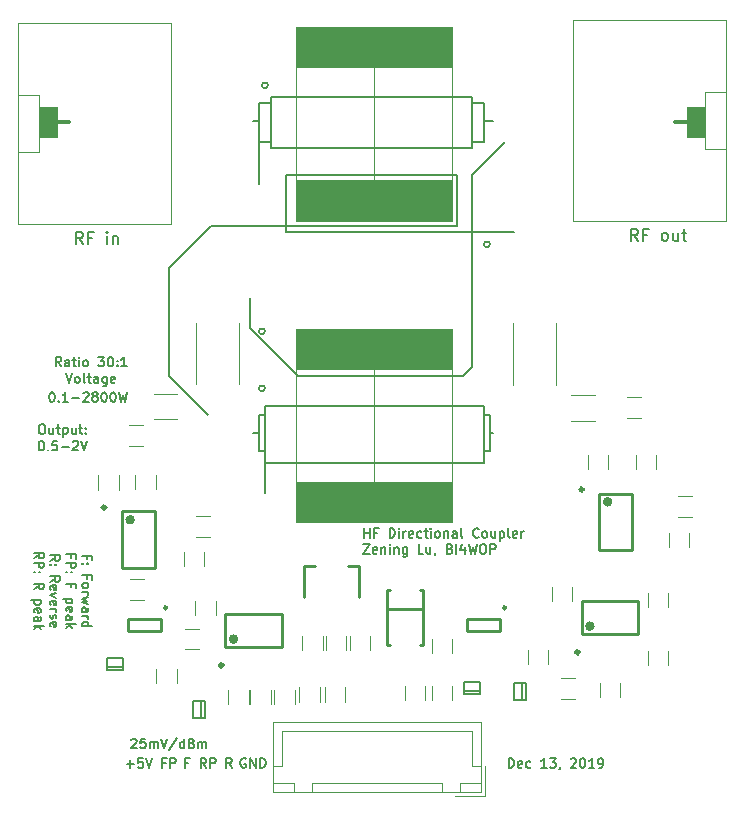
<source format=gto>
%TF.GenerationSoftware,KiCad,Pcbnew,(5.1.4)-1*%
%TF.CreationDate,2019-12-13T01:47:11+08:00*%
%TF.ProjectId,Directional_coupler,44697265-6374-4696-9f6e-616c5f636f75,rev?*%
%TF.SameCoordinates,Original*%
%TF.FileFunction,Legend,Top*%
%TF.FilePolarity,Positive*%
%FSLAX46Y46*%
G04 Gerber Fmt 4.6, Leading zero omitted, Abs format (unit mm)*
G04 Created by KiCad (PCBNEW (5.1.4)-1) date 2019-12-13 01:47:11*
%MOMM*%
%LPD*%
G04 APERTURE LIST*
%ADD10C,0.200000*%
%ADD11C,0.150000*%
%ADD12C,0.120000*%
%ADD13C,0.254000*%
%ADD14C,0.250000*%
%ADD15C,0.100000*%
%ADD16C,0.300000*%
%ADD17C,0.400000*%
G04 APERTURE END LIST*
D10*
X59284000Y-112414095D02*
X59322095Y-112376000D01*
X59398285Y-112337904D01*
X59588761Y-112337904D01*
X59664952Y-112376000D01*
X59703047Y-112414095D01*
X59741142Y-112490285D01*
X59741142Y-112566476D01*
X59703047Y-112680761D01*
X59245904Y-113137904D01*
X59741142Y-113137904D01*
X60464952Y-112337904D02*
X60084000Y-112337904D01*
X60045904Y-112718857D01*
X60084000Y-112680761D01*
X60160190Y-112642666D01*
X60350666Y-112642666D01*
X60426857Y-112680761D01*
X60464952Y-112718857D01*
X60503047Y-112795047D01*
X60503047Y-112985523D01*
X60464952Y-113061714D01*
X60426857Y-113099809D01*
X60350666Y-113137904D01*
X60160190Y-113137904D01*
X60084000Y-113099809D01*
X60045904Y-113061714D01*
X60845904Y-113137904D02*
X60845904Y-112604571D01*
X60845904Y-112680761D02*
X60884000Y-112642666D01*
X60960190Y-112604571D01*
X61074476Y-112604571D01*
X61150666Y-112642666D01*
X61188761Y-112718857D01*
X61188761Y-113137904D01*
X61188761Y-112718857D02*
X61226857Y-112642666D01*
X61303047Y-112604571D01*
X61417333Y-112604571D01*
X61493523Y-112642666D01*
X61531619Y-112718857D01*
X61531619Y-113137904D01*
X61798285Y-112337904D02*
X62064952Y-113137904D01*
X62331619Y-112337904D01*
X63169714Y-112299809D02*
X62484000Y-113328380D01*
X63779238Y-113137904D02*
X63779238Y-112337904D01*
X63779238Y-113099809D02*
X63703047Y-113137904D01*
X63550666Y-113137904D01*
X63474476Y-113099809D01*
X63436380Y-113061714D01*
X63398285Y-112985523D01*
X63398285Y-112756952D01*
X63436380Y-112680761D01*
X63474476Y-112642666D01*
X63550666Y-112604571D01*
X63703047Y-112604571D01*
X63779238Y-112642666D01*
X64426857Y-112718857D02*
X64541142Y-112756952D01*
X64579238Y-112795047D01*
X64617333Y-112871238D01*
X64617333Y-112985523D01*
X64579238Y-113061714D01*
X64541142Y-113099809D01*
X64464952Y-113137904D01*
X64160190Y-113137904D01*
X64160190Y-112337904D01*
X64426857Y-112337904D01*
X64503047Y-112376000D01*
X64541142Y-112414095D01*
X64579238Y-112490285D01*
X64579238Y-112566476D01*
X64541142Y-112642666D01*
X64503047Y-112680761D01*
X64426857Y-112718857D01*
X64160190Y-112718857D01*
X64960190Y-113137904D02*
X64960190Y-112604571D01*
X64960190Y-112680761D02*
X64998285Y-112642666D01*
X65074476Y-112604571D01*
X65188761Y-112604571D01*
X65264952Y-112642666D01*
X65303047Y-112718857D01*
X65303047Y-113137904D01*
X65303047Y-112718857D02*
X65341142Y-112642666D01*
X65417333Y-112604571D01*
X65531619Y-112604571D01*
X65607809Y-112642666D01*
X65645904Y-112718857D01*
X65645904Y-113137904D01*
D11*
X55549142Y-97098190D02*
X55549142Y-96831523D01*
X55130095Y-96831523D02*
X55930095Y-96831523D01*
X55930095Y-97212476D01*
X55206285Y-97517238D02*
X55168190Y-97555333D01*
X55130095Y-97517238D01*
X55168190Y-97479142D01*
X55206285Y-97517238D01*
X55130095Y-97517238D01*
X55625333Y-97517238D02*
X55587238Y-97555333D01*
X55549142Y-97517238D01*
X55587238Y-97479142D01*
X55625333Y-97517238D01*
X55549142Y-97517238D01*
X55549142Y-98774380D02*
X55549142Y-98507714D01*
X55130095Y-98507714D02*
X55930095Y-98507714D01*
X55930095Y-98888666D01*
X55130095Y-99307714D02*
X55168190Y-99231523D01*
X55206285Y-99193428D01*
X55282476Y-99155333D01*
X55511047Y-99155333D01*
X55587238Y-99193428D01*
X55625333Y-99231523D01*
X55663428Y-99307714D01*
X55663428Y-99422000D01*
X55625333Y-99498190D01*
X55587238Y-99536285D01*
X55511047Y-99574380D01*
X55282476Y-99574380D01*
X55206285Y-99536285D01*
X55168190Y-99498190D01*
X55130095Y-99422000D01*
X55130095Y-99307714D01*
X55130095Y-99917238D02*
X55663428Y-99917238D01*
X55511047Y-99917238D02*
X55587238Y-99955333D01*
X55625333Y-99993428D01*
X55663428Y-100069619D01*
X55663428Y-100145809D01*
X55663428Y-100336285D02*
X55130095Y-100488666D01*
X55511047Y-100641047D01*
X55130095Y-100793428D01*
X55663428Y-100945809D01*
X55130095Y-101593428D02*
X55549142Y-101593428D01*
X55625333Y-101555333D01*
X55663428Y-101479142D01*
X55663428Y-101326761D01*
X55625333Y-101250571D01*
X55168190Y-101593428D02*
X55130095Y-101517238D01*
X55130095Y-101326761D01*
X55168190Y-101250571D01*
X55244380Y-101212476D01*
X55320571Y-101212476D01*
X55396761Y-101250571D01*
X55434857Y-101326761D01*
X55434857Y-101517238D01*
X55472952Y-101593428D01*
X55130095Y-101974380D02*
X55663428Y-101974380D01*
X55511047Y-101974380D02*
X55587238Y-102012476D01*
X55625333Y-102050571D01*
X55663428Y-102126761D01*
X55663428Y-102202952D01*
X55130095Y-102812476D02*
X55930095Y-102812476D01*
X55168190Y-102812476D02*
X55130095Y-102736285D01*
X55130095Y-102583904D01*
X55168190Y-102507714D01*
X55206285Y-102469619D01*
X55282476Y-102431523D01*
X55511047Y-102431523D01*
X55587238Y-102469619D01*
X55625333Y-102507714D01*
X55663428Y-102583904D01*
X55663428Y-102736285D01*
X55625333Y-102812476D01*
X54199142Y-97002952D02*
X54199142Y-96736285D01*
X53780095Y-96736285D02*
X54580095Y-96736285D01*
X54580095Y-97117238D01*
X53780095Y-97422000D02*
X54580095Y-97422000D01*
X54580095Y-97726761D01*
X54542000Y-97802952D01*
X54503904Y-97841047D01*
X54427714Y-97879142D01*
X54313428Y-97879142D01*
X54237238Y-97841047D01*
X54199142Y-97802952D01*
X54161047Y-97726761D01*
X54161047Y-97422000D01*
X53856285Y-98222000D02*
X53818190Y-98260095D01*
X53780095Y-98222000D01*
X53818190Y-98183904D01*
X53856285Y-98222000D01*
X53780095Y-98222000D01*
X54275333Y-98222000D02*
X54237238Y-98260095D01*
X54199142Y-98222000D01*
X54237238Y-98183904D01*
X54275333Y-98222000D01*
X54199142Y-98222000D01*
X54199142Y-99479142D02*
X54199142Y-99212476D01*
X53780095Y-99212476D02*
X54580095Y-99212476D01*
X54580095Y-99593428D01*
X54313428Y-100507714D02*
X53513428Y-100507714D01*
X54275333Y-100507714D02*
X54313428Y-100583904D01*
X54313428Y-100736285D01*
X54275333Y-100812476D01*
X54237238Y-100850571D01*
X54161047Y-100888666D01*
X53932476Y-100888666D01*
X53856285Y-100850571D01*
X53818190Y-100812476D01*
X53780095Y-100736285D01*
X53780095Y-100583904D01*
X53818190Y-100507714D01*
X53818190Y-101536285D02*
X53780095Y-101460095D01*
X53780095Y-101307714D01*
X53818190Y-101231523D01*
X53894380Y-101193428D01*
X54199142Y-101193428D01*
X54275333Y-101231523D01*
X54313428Y-101307714D01*
X54313428Y-101460095D01*
X54275333Y-101536285D01*
X54199142Y-101574380D01*
X54122952Y-101574380D01*
X54046761Y-101193428D01*
X53780095Y-102260095D02*
X54199142Y-102260095D01*
X54275333Y-102222000D01*
X54313428Y-102145809D01*
X54313428Y-101993428D01*
X54275333Y-101917238D01*
X53818190Y-102260095D02*
X53780095Y-102183904D01*
X53780095Y-101993428D01*
X53818190Y-101917238D01*
X53894380Y-101879142D01*
X53970571Y-101879142D01*
X54046761Y-101917238D01*
X54084857Y-101993428D01*
X54084857Y-102183904D01*
X54122952Y-102260095D01*
X53780095Y-102641047D02*
X54580095Y-102641047D01*
X54084857Y-102717238D02*
X53780095Y-102945809D01*
X54313428Y-102945809D02*
X54008666Y-102641047D01*
X52430095Y-97269619D02*
X52811047Y-97002952D01*
X52430095Y-96812476D02*
X53230095Y-96812476D01*
X53230095Y-97117238D01*
X53192000Y-97193428D01*
X53153904Y-97231523D01*
X53077714Y-97269619D01*
X52963428Y-97269619D01*
X52887238Y-97231523D01*
X52849142Y-97193428D01*
X52811047Y-97117238D01*
X52811047Y-96812476D01*
X52506285Y-97612476D02*
X52468190Y-97650571D01*
X52430095Y-97612476D01*
X52468190Y-97574380D01*
X52506285Y-97612476D01*
X52430095Y-97612476D01*
X52925333Y-97612476D02*
X52887238Y-97650571D01*
X52849142Y-97612476D01*
X52887238Y-97574380D01*
X52925333Y-97612476D01*
X52849142Y-97612476D01*
X52430095Y-99060095D02*
X52811047Y-98793428D01*
X52430095Y-98602952D02*
X53230095Y-98602952D01*
X53230095Y-98907714D01*
X53192000Y-98983904D01*
X53153904Y-99022000D01*
X53077714Y-99060095D01*
X52963428Y-99060095D01*
X52887238Y-99022000D01*
X52849142Y-98983904D01*
X52811047Y-98907714D01*
X52811047Y-98602952D01*
X52468190Y-99707714D02*
X52430095Y-99631523D01*
X52430095Y-99479142D01*
X52468190Y-99402952D01*
X52544380Y-99364857D01*
X52849142Y-99364857D01*
X52925333Y-99402952D01*
X52963428Y-99479142D01*
X52963428Y-99631523D01*
X52925333Y-99707714D01*
X52849142Y-99745809D01*
X52772952Y-99745809D01*
X52696761Y-99364857D01*
X52963428Y-100012476D02*
X52430095Y-100202952D01*
X52963428Y-100393428D01*
X52468190Y-101002952D02*
X52430095Y-100926761D01*
X52430095Y-100774380D01*
X52468190Y-100698190D01*
X52544380Y-100660095D01*
X52849142Y-100660095D01*
X52925333Y-100698190D01*
X52963428Y-100774380D01*
X52963428Y-100926761D01*
X52925333Y-101002952D01*
X52849142Y-101041047D01*
X52772952Y-101041047D01*
X52696761Y-100660095D01*
X52430095Y-101383904D02*
X52963428Y-101383904D01*
X52811047Y-101383904D02*
X52887238Y-101422000D01*
X52925333Y-101460095D01*
X52963428Y-101536285D01*
X52963428Y-101612476D01*
X52468190Y-101841047D02*
X52430095Y-101917238D01*
X52430095Y-102069619D01*
X52468190Y-102145809D01*
X52544380Y-102183904D01*
X52582476Y-102183904D01*
X52658666Y-102145809D01*
X52696761Y-102069619D01*
X52696761Y-101955333D01*
X52734857Y-101879142D01*
X52811047Y-101841047D01*
X52849142Y-101841047D01*
X52925333Y-101879142D01*
X52963428Y-101955333D01*
X52963428Y-102069619D01*
X52925333Y-102145809D01*
X52468190Y-102831523D02*
X52430095Y-102755333D01*
X52430095Y-102602952D01*
X52468190Y-102526761D01*
X52544380Y-102488666D01*
X52849142Y-102488666D01*
X52925333Y-102526761D01*
X52963428Y-102602952D01*
X52963428Y-102755333D01*
X52925333Y-102831523D01*
X52849142Y-102869619D01*
X52772952Y-102869619D01*
X52696761Y-102488666D01*
X51080095Y-97079142D02*
X51461047Y-96812476D01*
X51080095Y-96622000D02*
X51880095Y-96622000D01*
X51880095Y-96926761D01*
X51842000Y-97002952D01*
X51803904Y-97041047D01*
X51727714Y-97079142D01*
X51613428Y-97079142D01*
X51537238Y-97041047D01*
X51499142Y-97002952D01*
X51461047Y-96926761D01*
X51461047Y-96622000D01*
X51080095Y-97422000D02*
X51880095Y-97422000D01*
X51880095Y-97726761D01*
X51842000Y-97802952D01*
X51803904Y-97841047D01*
X51727714Y-97879142D01*
X51613428Y-97879142D01*
X51537238Y-97841047D01*
X51499142Y-97802952D01*
X51461047Y-97726761D01*
X51461047Y-97422000D01*
X51156285Y-98222000D02*
X51118190Y-98260095D01*
X51080095Y-98222000D01*
X51118190Y-98183904D01*
X51156285Y-98222000D01*
X51080095Y-98222000D01*
X51575333Y-98222000D02*
X51537238Y-98260095D01*
X51499142Y-98222000D01*
X51537238Y-98183904D01*
X51575333Y-98222000D01*
X51499142Y-98222000D01*
X51080095Y-99669619D02*
X51461047Y-99402952D01*
X51080095Y-99212476D02*
X51880095Y-99212476D01*
X51880095Y-99517238D01*
X51842000Y-99593428D01*
X51803904Y-99631523D01*
X51727714Y-99669619D01*
X51613428Y-99669619D01*
X51537238Y-99631523D01*
X51499142Y-99593428D01*
X51461047Y-99517238D01*
X51461047Y-99212476D01*
X51613428Y-100622000D02*
X50813428Y-100622000D01*
X51575333Y-100622000D02*
X51613428Y-100698190D01*
X51613428Y-100850571D01*
X51575333Y-100926761D01*
X51537238Y-100964857D01*
X51461047Y-101002952D01*
X51232476Y-101002952D01*
X51156285Y-100964857D01*
X51118190Y-100926761D01*
X51080095Y-100850571D01*
X51080095Y-100698190D01*
X51118190Y-100622000D01*
X51118190Y-101650571D02*
X51080095Y-101574380D01*
X51080095Y-101422000D01*
X51118190Y-101345809D01*
X51194380Y-101307714D01*
X51499142Y-101307714D01*
X51575333Y-101345809D01*
X51613428Y-101422000D01*
X51613428Y-101574380D01*
X51575333Y-101650571D01*
X51499142Y-101688666D01*
X51422952Y-101688666D01*
X51346761Y-101307714D01*
X51080095Y-102374380D02*
X51499142Y-102374380D01*
X51575333Y-102336285D01*
X51613428Y-102260095D01*
X51613428Y-102107714D01*
X51575333Y-102031523D01*
X51118190Y-102374380D02*
X51080095Y-102298190D01*
X51080095Y-102107714D01*
X51118190Y-102031523D01*
X51194380Y-101993428D01*
X51270571Y-101993428D01*
X51346761Y-102031523D01*
X51384857Y-102107714D01*
X51384857Y-102298190D01*
X51422952Y-102374380D01*
X51080095Y-102755333D02*
X51880095Y-102755333D01*
X51384857Y-102831523D02*
X51080095Y-103060095D01*
X51613428Y-103060095D02*
X51308666Y-102755333D01*
D10*
X51657476Y-85729904D02*
X51809857Y-85729904D01*
X51886047Y-85768000D01*
X51962238Y-85844190D01*
X52000333Y-85996571D01*
X52000333Y-86263238D01*
X51962238Y-86415619D01*
X51886047Y-86491809D01*
X51809857Y-86529904D01*
X51657476Y-86529904D01*
X51581285Y-86491809D01*
X51505095Y-86415619D01*
X51467000Y-86263238D01*
X51467000Y-85996571D01*
X51505095Y-85844190D01*
X51581285Y-85768000D01*
X51657476Y-85729904D01*
X52686047Y-85996571D02*
X52686047Y-86529904D01*
X52343190Y-85996571D02*
X52343190Y-86415619D01*
X52381285Y-86491809D01*
X52457476Y-86529904D01*
X52571761Y-86529904D01*
X52647952Y-86491809D01*
X52686047Y-86453714D01*
X52952714Y-85996571D02*
X53257476Y-85996571D01*
X53067000Y-85729904D02*
X53067000Y-86415619D01*
X53105095Y-86491809D01*
X53181285Y-86529904D01*
X53257476Y-86529904D01*
X53524142Y-85996571D02*
X53524142Y-86796571D01*
X53524142Y-86034666D02*
X53600333Y-85996571D01*
X53752714Y-85996571D01*
X53828904Y-86034666D01*
X53867000Y-86072761D01*
X53905095Y-86148952D01*
X53905095Y-86377523D01*
X53867000Y-86453714D01*
X53828904Y-86491809D01*
X53752714Y-86529904D01*
X53600333Y-86529904D01*
X53524142Y-86491809D01*
X54590809Y-85996571D02*
X54590809Y-86529904D01*
X54247952Y-85996571D02*
X54247952Y-86415619D01*
X54286047Y-86491809D01*
X54362238Y-86529904D01*
X54476523Y-86529904D01*
X54552714Y-86491809D01*
X54590809Y-86453714D01*
X54857476Y-85996571D02*
X55162238Y-85996571D01*
X54971761Y-85729904D02*
X54971761Y-86415619D01*
X55009857Y-86491809D01*
X55086047Y-86529904D01*
X55162238Y-86529904D01*
X55428904Y-86453714D02*
X55467000Y-86491809D01*
X55428904Y-86529904D01*
X55390809Y-86491809D01*
X55428904Y-86453714D01*
X55428904Y-86529904D01*
X55428904Y-86034666D02*
X55467000Y-86072761D01*
X55428904Y-86110857D01*
X55390809Y-86072761D01*
X55428904Y-86034666D01*
X55428904Y-86110857D01*
X51638428Y-87129904D02*
X51714619Y-87129904D01*
X51790809Y-87168000D01*
X51828904Y-87206095D01*
X51867000Y-87282285D01*
X51905095Y-87434666D01*
X51905095Y-87625142D01*
X51867000Y-87777523D01*
X51828904Y-87853714D01*
X51790809Y-87891809D01*
X51714619Y-87929904D01*
X51638428Y-87929904D01*
X51562238Y-87891809D01*
X51524142Y-87853714D01*
X51486047Y-87777523D01*
X51447952Y-87625142D01*
X51447952Y-87434666D01*
X51486047Y-87282285D01*
X51524142Y-87206095D01*
X51562238Y-87168000D01*
X51638428Y-87129904D01*
X52247952Y-87853714D02*
X52286047Y-87891809D01*
X52247952Y-87929904D01*
X52209857Y-87891809D01*
X52247952Y-87853714D01*
X52247952Y-87929904D01*
X53009857Y-87129904D02*
X52628904Y-87129904D01*
X52590809Y-87510857D01*
X52628904Y-87472761D01*
X52705095Y-87434666D01*
X52895571Y-87434666D01*
X52971761Y-87472761D01*
X53009857Y-87510857D01*
X53047952Y-87587047D01*
X53047952Y-87777523D01*
X53009857Y-87853714D01*
X52971761Y-87891809D01*
X52895571Y-87929904D01*
X52705095Y-87929904D01*
X52628904Y-87891809D01*
X52590809Y-87853714D01*
X53390809Y-87625142D02*
X54000333Y-87625142D01*
X54343190Y-87206095D02*
X54381285Y-87168000D01*
X54457476Y-87129904D01*
X54647952Y-87129904D01*
X54724142Y-87168000D01*
X54762238Y-87206095D01*
X54800333Y-87282285D01*
X54800333Y-87358476D01*
X54762238Y-87472761D01*
X54305095Y-87929904D01*
X54800333Y-87929904D01*
X55028904Y-87129904D02*
X55295571Y-87929904D01*
X55562238Y-87129904D01*
X52540285Y-83000904D02*
X52616476Y-83000904D01*
X52692666Y-83039000D01*
X52730761Y-83077095D01*
X52768857Y-83153285D01*
X52806952Y-83305666D01*
X52806952Y-83496142D01*
X52768857Y-83648523D01*
X52730761Y-83724714D01*
X52692666Y-83762809D01*
X52616476Y-83800904D01*
X52540285Y-83800904D01*
X52464095Y-83762809D01*
X52426000Y-83724714D01*
X52387904Y-83648523D01*
X52349809Y-83496142D01*
X52349809Y-83305666D01*
X52387904Y-83153285D01*
X52426000Y-83077095D01*
X52464095Y-83039000D01*
X52540285Y-83000904D01*
X53149809Y-83724714D02*
X53187904Y-83762809D01*
X53149809Y-83800904D01*
X53111714Y-83762809D01*
X53149809Y-83724714D01*
X53149809Y-83800904D01*
X53949809Y-83800904D02*
X53492666Y-83800904D01*
X53721238Y-83800904D02*
X53721238Y-83000904D01*
X53645047Y-83115190D01*
X53568857Y-83191380D01*
X53492666Y-83229476D01*
X54292666Y-83496142D02*
X54902190Y-83496142D01*
X55245047Y-83077095D02*
X55283142Y-83039000D01*
X55359333Y-83000904D01*
X55549809Y-83000904D01*
X55626000Y-83039000D01*
X55664095Y-83077095D01*
X55702190Y-83153285D01*
X55702190Y-83229476D01*
X55664095Y-83343761D01*
X55206952Y-83800904D01*
X55702190Y-83800904D01*
X56159333Y-83343761D02*
X56083142Y-83305666D01*
X56045047Y-83267571D01*
X56006952Y-83191380D01*
X56006952Y-83153285D01*
X56045047Y-83077095D01*
X56083142Y-83039000D01*
X56159333Y-83000904D01*
X56311714Y-83000904D01*
X56387904Y-83039000D01*
X56426000Y-83077095D01*
X56464095Y-83153285D01*
X56464095Y-83191380D01*
X56426000Y-83267571D01*
X56387904Y-83305666D01*
X56311714Y-83343761D01*
X56159333Y-83343761D01*
X56083142Y-83381857D01*
X56045047Y-83419952D01*
X56006952Y-83496142D01*
X56006952Y-83648523D01*
X56045047Y-83724714D01*
X56083142Y-83762809D01*
X56159333Y-83800904D01*
X56311714Y-83800904D01*
X56387904Y-83762809D01*
X56426000Y-83724714D01*
X56464095Y-83648523D01*
X56464095Y-83496142D01*
X56426000Y-83419952D01*
X56387904Y-83381857D01*
X56311714Y-83343761D01*
X56959333Y-83000904D02*
X57035523Y-83000904D01*
X57111714Y-83039000D01*
X57149809Y-83077095D01*
X57187904Y-83153285D01*
X57226000Y-83305666D01*
X57226000Y-83496142D01*
X57187904Y-83648523D01*
X57149809Y-83724714D01*
X57111714Y-83762809D01*
X57035523Y-83800904D01*
X56959333Y-83800904D01*
X56883142Y-83762809D01*
X56845047Y-83724714D01*
X56806952Y-83648523D01*
X56768857Y-83496142D01*
X56768857Y-83305666D01*
X56806952Y-83153285D01*
X56845047Y-83077095D01*
X56883142Y-83039000D01*
X56959333Y-83000904D01*
X57721238Y-83000904D02*
X57797428Y-83000904D01*
X57873619Y-83039000D01*
X57911714Y-83077095D01*
X57949809Y-83153285D01*
X57987904Y-83305666D01*
X57987904Y-83496142D01*
X57949809Y-83648523D01*
X57911714Y-83724714D01*
X57873619Y-83762809D01*
X57797428Y-83800904D01*
X57721238Y-83800904D01*
X57645047Y-83762809D01*
X57606952Y-83724714D01*
X57568857Y-83648523D01*
X57530761Y-83496142D01*
X57530761Y-83305666D01*
X57568857Y-83153285D01*
X57606952Y-83077095D01*
X57645047Y-83039000D01*
X57721238Y-83000904D01*
X58254571Y-83000904D02*
X58445047Y-83800904D01*
X58597428Y-83229476D01*
X58749809Y-83800904D01*
X58940285Y-83000904D01*
X53346666Y-80814904D02*
X53080000Y-80433952D01*
X52889523Y-80814904D02*
X52889523Y-80014904D01*
X53194285Y-80014904D01*
X53270476Y-80053000D01*
X53308571Y-80091095D01*
X53346666Y-80167285D01*
X53346666Y-80281571D01*
X53308571Y-80357761D01*
X53270476Y-80395857D01*
X53194285Y-80433952D01*
X52889523Y-80433952D01*
X54032380Y-80814904D02*
X54032380Y-80395857D01*
X53994285Y-80319666D01*
X53918095Y-80281571D01*
X53765714Y-80281571D01*
X53689523Y-80319666D01*
X54032380Y-80776809D02*
X53956190Y-80814904D01*
X53765714Y-80814904D01*
X53689523Y-80776809D01*
X53651428Y-80700619D01*
X53651428Y-80624428D01*
X53689523Y-80548238D01*
X53765714Y-80510142D01*
X53956190Y-80510142D01*
X54032380Y-80472047D01*
X54299047Y-80281571D02*
X54603809Y-80281571D01*
X54413333Y-80014904D02*
X54413333Y-80700619D01*
X54451428Y-80776809D01*
X54527619Y-80814904D01*
X54603809Y-80814904D01*
X54870476Y-80814904D02*
X54870476Y-80281571D01*
X54870476Y-80014904D02*
X54832380Y-80053000D01*
X54870476Y-80091095D01*
X54908571Y-80053000D01*
X54870476Y-80014904D01*
X54870476Y-80091095D01*
X55365714Y-80814904D02*
X55289523Y-80776809D01*
X55251428Y-80738714D01*
X55213333Y-80662523D01*
X55213333Y-80433952D01*
X55251428Y-80357761D01*
X55289523Y-80319666D01*
X55365714Y-80281571D01*
X55480000Y-80281571D01*
X55556190Y-80319666D01*
X55594285Y-80357761D01*
X55632380Y-80433952D01*
X55632380Y-80662523D01*
X55594285Y-80738714D01*
X55556190Y-80776809D01*
X55480000Y-80814904D01*
X55365714Y-80814904D01*
X56508571Y-80014904D02*
X57003809Y-80014904D01*
X56737142Y-80319666D01*
X56851428Y-80319666D01*
X56927619Y-80357761D01*
X56965714Y-80395857D01*
X57003809Y-80472047D01*
X57003809Y-80662523D01*
X56965714Y-80738714D01*
X56927619Y-80776809D01*
X56851428Y-80814904D01*
X56622857Y-80814904D01*
X56546666Y-80776809D01*
X56508571Y-80738714D01*
X57499047Y-80014904D02*
X57575238Y-80014904D01*
X57651428Y-80053000D01*
X57689523Y-80091095D01*
X57727619Y-80167285D01*
X57765714Y-80319666D01*
X57765714Y-80510142D01*
X57727619Y-80662523D01*
X57689523Y-80738714D01*
X57651428Y-80776809D01*
X57575238Y-80814904D01*
X57499047Y-80814904D01*
X57422857Y-80776809D01*
X57384761Y-80738714D01*
X57346666Y-80662523D01*
X57308571Y-80510142D01*
X57308571Y-80319666D01*
X57346666Y-80167285D01*
X57384761Y-80091095D01*
X57422857Y-80053000D01*
X57499047Y-80014904D01*
X58108571Y-80738714D02*
X58146666Y-80776809D01*
X58108571Y-80814904D01*
X58070476Y-80776809D01*
X58108571Y-80738714D01*
X58108571Y-80814904D01*
X58108571Y-80319666D02*
X58146666Y-80357761D01*
X58108571Y-80395857D01*
X58070476Y-80357761D01*
X58108571Y-80319666D01*
X58108571Y-80395857D01*
X58908571Y-80814904D02*
X58451428Y-80814904D01*
X58680000Y-80814904D02*
X58680000Y-80014904D01*
X58603809Y-80129190D01*
X58527619Y-80205380D01*
X58451428Y-80243476D01*
X53746666Y-81414904D02*
X54013333Y-82214904D01*
X54280000Y-81414904D01*
X54660952Y-82214904D02*
X54584761Y-82176809D01*
X54546666Y-82138714D01*
X54508571Y-82062523D01*
X54508571Y-81833952D01*
X54546666Y-81757761D01*
X54584761Y-81719666D01*
X54660952Y-81681571D01*
X54775238Y-81681571D01*
X54851428Y-81719666D01*
X54889523Y-81757761D01*
X54927619Y-81833952D01*
X54927619Y-82062523D01*
X54889523Y-82138714D01*
X54851428Y-82176809D01*
X54775238Y-82214904D01*
X54660952Y-82214904D01*
X55384761Y-82214904D02*
X55308571Y-82176809D01*
X55270476Y-82100619D01*
X55270476Y-81414904D01*
X55575238Y-81681571D02*
X55880000Y-81681571D01*
X55689523Y-81414904D02*
X55689523Y-82100619D01*
X55727619Y-82176809D01*
X55803809Y-82214904D01*
X55880000Y-82214904D01*
X56489523Y-82214904D02*
X56489523Y-81795857D01*
X56451428Y-81719666D01*
X56375238Y-81681571D01*
X56222857Y-81681571D01*
X56146666Y-81719666D01*
X56489523Y-82176809D02*
X56413333Y-82214904D01*
X56222857Y-82214904D01*
X56146666Y-82176809D01*
X56108571Y-82100619D01*
X56108571Y-82024428D01*
X56146666Y-81948238D01*
X56222857Y-81910142D01*
X56413333Y-81910142D01*
X56489523Y-81872047D01*
X57213333Y-81681571D02*
X57213333Y-82329190D01*
X57175238Y-82405380D01*
X57137142Y-82443476D01*
X57060952Y-82481571D01*
X56946666Y-82481571D01*
X56870476Y-82443476D01*
X57213333Y-82176809D02*
X57137142Y-82214904D01*
X56984761Y-82214904D01*
X56908571Y-82176809D01*
X56870476Y-82138714D01*
X56832380Y-82062523D01*
X56832380Y-81833952D01*
X56870476Y-81757761D01*
X56908571Y-81719666D01*
X56984761Y-81681571D01*
X57137142Y-81681571D01*
X57213333Y-81719666D01*
X57899047Y-82176809D02*
X57822857Y-82214904D01*
X57670476Y-82214904D01*
X57594285Y-82176809D01*
X57556190Y-82100619D01*
X57556190Y-81795857D01*
X57594285Y-81719666D01*
X57670476Y-81681571D01*
X57822857Y-81681571D01*
X57899047Y-81719666D01*
X57937142Y-81795857D01*
X57937142Y-81872047D01*
X57556190Y-81948238D01*
D11*
X91269047Y-114788904D02*
X91269047Y-113988904D01*
X91459523Y-113988904D01*
X91573809Y-114027000D01*
X91650000Y-114103190D01*
X91688095Y-114179380D01*
X91726190Y-114331761D01*
X91726190Y-114446047D01*
X91688095Y-114598428D01*
X91650000Y-114674619D01*
X91573809Y-114750809D01*
X91459523Y-114788904D01*
X91269047Y-114788904D01*
X92373809Y-114750809D02*
X92297619Y-114788904D01*
X92145238Y-114788904D01*
X92069047Y-114750809D01*
X92030952Y-114674619D01*
X92030952Y-114369857D01*
X92069047Y-114293666D01*
X92145238Y-114255571D01*
X92297619Y-114255571D01*
X92373809Y-114293666D01*
X92411904Y-114369857D01*
X92411904Y-114446047D01*
X92030952Y-114522238D01*
X93097619Y-114750809D02*
X93021428Y-114788904D01*
X92869047Y-114788904D01*
X92792857Y-114750809D01*
X92754761Y-114712714D01*
X92716666Y-114636523D01*
X92716666Y-114407952D01*
X92754761Y-114331761D01*
X92792857Y-114293666D01*
X92869047Y-114255571D01*
X93021428Y-114255571D01*
X93097619Y-114293666D01*
X94469047Y-114788904D02*
X94011904Y-114788904D01*
X94240476Y-114788904D02*
X94240476Y-113988904D01*
X94164285Y-114103190D01*
X94088095Y-114179380D01*
X94011904Y-114217476D01*
X94735714Y-113988904D02*
X95230952Y-113988904D01*
X94964285Y-114293666D01*
X95078571Y-114293666D01*
X95154761Y-114331761D01*
X95192857Y-114369857D01*
X95230952Y-114446047D01*
X95230952Y-114636523D01*
X95192857Y-114712714D01*
X95154761Y-114750809D01*
X95078571Y-114788904D01*
X94850000Y-114788904D01*
X94773809Y-114750809D01*
X94735714Y-114712714D01*
X95611904Y-114750809D02*
X95611904Y-114788904D01*
X95573809Y-114865095D01*
X95535714Y-114903190D01*
X96526190Y-114065095D02*
X96564285Y-114027000D01*
X96640476Y-113988904D01*
X96830952Y-113988904D01*
X96907142Y-114027000D01*
X96945238Y-114065095D01*
X96983333Y-114141285D01*
X96983333Y-114217476D01*
X96945238Y-114331761D01*
X96488095Y-114788904D01*
X96983333Y-114788904D01*
X97478571Y-113988904D02*
X97554761Y-113988904D01*
X97630952Y-114027000D01*
X97669047Y-114065095D01*
X97707142Y-114141285D01*
X97745238Y-114293666D01*
X97745238Y-114484142D01*
X97707142Y-114636523D01*
X97669047Y-114712714D01*
X97630952Y-114750809D01*
X97554761Y-114788904D01*
X97478571Y-114788904D01*
X97402380Y-114750809D01*
X97364285Y-114712714D01*
X97326190Y-114636523D01*
X97288095Y-114484142D01*
X97288095Y-114293666D01*
X97326190Y-114141285D01*
X97364285Y-114065095D01*
X97402380Y-114027000D01*
X97478571Y-113988904D01*
X98507142Y-114788904D02*
X98050000Y-114788904D01*
X98278571Y-114788904D02*
X98278571Y-113988904D01*
X98202380Y-114103190D01*
X98126190Y-114179380D01*
X98050000Y-114217476D01*
X98888095Y-114788904D02*
X99040476Y-114788904D01*
X99116666Y-114750809D01*
X99154761Y-114712714D01*
X99230952Y-114598428D01*
X99269047Y-114446047D01*
X99269047Y-114141285D01*
X99230952Y-114065095D01*
X99192857Y-114027000D01*
X99116666Y-113988904D01*
X98964285Y-113988904D01*
X98888095Y-114027000D01*
X98850000Y-114065095D01*
X98811904Y-114141285D01*
X98811904Y-114331761D01*
X98850000Y-114407952D01*
X98888095Y-114446047D01*
X98964285Y-114484142D01*
X99116666Y-114484142D01*
X99192857Y-114446047D01*
X99230952Y-114407952D01*
X99269047Y-114331761D01*
X79027976Y-95317904D02*
X79027976Y-94517904D01*
X79027976Y-94898857D02*
X79485119Y-94898857D01*
X79485119Y-95317904D02*
X79485119Y-94517904D01*
X80132738Y-94898857D02*
X79866071Y-94898857D01*
X79866071Y-95317904D02*
X79866071Y-94517904D01*
X80247023Y-94517904D01*
X81161309Y-95317904D02*
X81161309Y-94517904D01*
X81351785Y-94517904D01*
X81466071Y-94556000D01*
X81542261Y-94632190D01*
X81580357Y-94708380D01*
X81618452Y-94860761D01*
X81618452Y-94975047D01*
X81580357Y-95127428D01*
X81542261Y-95203619D01*
X81466071Y-95279809D01*
X81351785Y-95317904D01*
X81161309Y-95317904D01*
X81961309Y-95317904D02*
X81961309Y-94784571D01*
X81961309Y-94517904D02*
X81923214Y-94556000D01*
X81961309Y-94594095D01*
X81999404Y-94556000D01*
X81961309Y-94517904D01*
X81961309Y-94594095D01*
X82342261Y-95317904D02*
X82342261Y-94784571D01*
X82342261Y-94936952D02*
X82380357Y-94860761D01*
X82418452Y-94822666D01*
X82494642Y-94784571D01*
X82570833Y-94784571D01*
X83142261Y-95279809D02*
X83066071Y-95317904D01*
X82913690Y-95317904D01*
X82837500Y-95279809D01*
X82799404Y-95203619D01*
X82799404Y-94898857D01*
X82837500Y-94822666D01*
X82913690Y-94784571D01*
X83066071Y-94784571D01*
X83142261Y-94822666D01*
X83180357Y-94898857D01*
X83180357Y-94975047D01*
X82799404Y-95051238D01*
X83866071Y-95279809D02*
X83789880Y-95317904D01*
X83637500Y-95317904D01*
X83561309Y-95279809D01*
X83523214Y-95241714D01*
X83485119Y-95165523D01*
X83485119Y-94936952D01*
X83523214Y-94860761D01*
X83561309Y-94822666D01*
X83637500Y-94784571D01*
X83789880Y-94784571D01*
X83866071Y-94822666D01*
X84094642Y-94784571D02*
X84399404Y-94784571D01*
X84208928Y-94517904D02*
X84208928Y-95203619D01*
X84247023Y-95279809D01*
X84323214Y-95317904D01*
X84399404Y-95317904D01*
X84666071Y-95317904D02*
X84666071Y-94784571D01*
X84666071Y-94517904D02*
X84627976Y-94556000D01*
X84666071Y-94594095D01*
X84704166Y-94556000D01*
X84666071Y-94517904D01*
X84666071Y-94594095D01*
X85161309Y-95317904D02*
X85085119Y-95279809D01*
X85047023Y-95241714D01*
X85008928Y-95165523D01*
X85008928Y-94936952D01*
X85047023Y-94860761D01*
X85085119Y-94822666D01*
X85161309Y-94784571D01*
X85275595Y-94784571D01*
X85351785Y-94822666D01*
X85389880Y-94860761D01*
X85427976Y-94936952D01*
X85427976Y-95165523D01*
X85389880Y-95241714D01*
X85351785Y-95279809D01*
X85275595Y-95317904D01*
X85161309Y-95317904D01*
X85770833Y-94784571D02*
X85770833Y-95317904D01*
X85770833Y-94860761D02*
X85808928Y-94822666D01*
X85885119Y-94784571D01*
X85999404Y-94784571D01*
X86075595Y-94822666D01*
X86113690Y-94898857D01*
X86113690Y-95317904D01*
X86837500Y-95317904D02*
X86837500Y-94898857D01*
X86799404Y-94822666D01*
X86723214Y-94784571D01*
X86570833Y-94784571D01*
X86494642Y-94822666D01*
X86837500Y-95279809D02*
X86761309Y-95317904D01*
X86570833Y-95317904D01*
X86494642Y-95279809D01*
X86456547Y-95203619D01*
X86456547Y-95127428D01*
X86494642Y-95051238D01*
X86570833Y-95013142D01*
X86761309Y-95013142D01*
X86837500Y-94975047D01*
X87332738Y-95317904D02*
X87256547Y-95279809D01*
X87218452Y-95203619D01*
X87218452Y-94517904D01*
X88704166Y-95241714D02*
X88666071Y-95279809D01*
X88551785Y-95317904D01*
X88475595Y-95317904D01*
X88361309Y-95279809D01*
X88285119Y-95203619D01*
X88247023Y-95127428D01*
X88208928Y-94975047D01*
X88208928Y-94860761D01*
X88247023Y-94708380D01*
X88285119Y-94632190D01*
X88361309Y-94556000D01*
X88475595Y-94517904D01*
X88551785Y-94517904D01*
X88666071Y-94556000D01*
X88704166Y-94594095D01*
X89161309Y-95317904D02*
X89085119Y-95279809D01*
X89047023Y-95241714D01*
X89008928Y-95165523D01*
X89008928Y-94936952D01*
X89047023Y-94860761D01*
X89085119Y-94822666D01*
X89161309Y-94784571D01*
X89275595Y-94784571D01*
X89351785Y-94822666D01*
X89389880Y-94860761D01*
X89427976Y-94936952D01*
X89427976Y-95165523D01*
X89389880Y-95241714D01*
X89351785Y-95279809D01*
X89275595Y-95317904D01*
X89161309Y-95317904D01*
X90113690Y-94784571D02*
X90113690Y-95317904D01*
X89770833Y-94784571D02*
X89770833Y-95203619D01*
X89808928Y-95279809D01*
X89885119Y-95317904D01*
X89999404Y-95317904D01*
X90075595Y-95279809D01*
X90113690Y-95241714D01*
X90494642Y-94784571D02*
X90494642Y-95584571D01*
X90494642Y-94822666D02*
X90570833Y-94784571D01*
X90723214Y-94784571D01*
X90799404Y-94822666D01*
X90837500Y-94860761D01*
X90875595Y-94936952D01*
X90875595Y-95165523D01*
X90837500Y-95241714D01*
X90799404Y-95279809D01*
X90723214Y-95317904D01*
X90570833Y-95317904D01*
X90494642Y-95279809D01*
X91332738Y-95317904D02*
X91256547Y-95279809D01*
X91218452Y-95203619D01*
X91218452Y-94517904D01*
X91942261Y-95279809D02*
X91866071Y-95317904D01*
X91713690Y-95317904D01*
X91637500Y-95279809D01*
X91599404Y-95203619D01*
X91599404Y-94898857D01*
X91637500Y-94822666D01*
X91713690Y-94784571D01*
X91866071Y-94784571D01*
X91942261Y-94822666D01*
X91980357Y-94898857D01*
X91980357Y-94975047D01*
X91599404Y-95051238D01*
X92323214Y-95317904D02*
X92323214Y-94784571D01*
X92323214Y-94936952D02*
X92361309Y-94860761D01*
X92399404Y-94822666D01*
X92475595Y-94784571D01*
X92551785Y-94784571D01*
X78951785Y-95867904D02*
X79485119Y-95867904D01*
X78951785Y-96667904D01*
X79485119Y-96667904D01*
X80094642Y-96629809D02*
X80018452Y-96667904D01*
X79866071Y-96667904D01*
X79789880Y-96629809D01*
X79751785Y-96553619D01*
X79751785Y-96248857D01*
X79789880Y-96172666D01*
X79866071Y-96134571D01*
X80018452Y-96134571D01*
X80094642Y-96172666D01*
X80132738Y-96248857D01*
X80132738Y-96325047D01*
X79751785Y-96401238D01*
X80475595Y-96134571D02*
X80475595Y-96667904D01*
X80475595Y-96210761D02*
X80513690Y-96172666D01*
X80589880Y-96134571D01*
X80704166Y-96134571D01*
X80780357Y-96172666D01*
X80818452Y-96248857D01*
X80818452Y-96667904D01*
X81199404Y-96667904D02*
X81199404Y-96134571D01*
X81199404Y-95867904D02*
X81161309Y-95906000D01*
X81199404Y-95944095D01*
X81237500Y-95906000D01*
X81199404Y-95867904D01*
X81199404Y-95944095D01*
X81580357Y-96134571D02*
X81580357Y-96667904D01*
X81580357Y-96210761D02*
X81618452Y-96172666D01*
X81694642Y-96134571D01*
X81808928Y-96134571D01*
X81885119Y-96172666D01*
X81923214Y-96248857D01*
X81923214Y-96667904D01*
X82647023Y-96134571D02*
X82647023Y-96782190D01*
X82608928Y-96858380D01*
X82570833Y-96896476D01*
X82494642Y-96934571D01*
X82380357Y-96934571D01*
X82304166Y-96896476D01*
X82647023Y-96629809D02*
X82570833Y-96667904D01*
X82418452Y-96667904D01*
X82342261Y-96629809D01*
X82304166Y-96591714D01*
X82266071Y-96515523D01*
X82266071Y-96286952D01*
X82304166Y-96210761D01*
X82342261Y-96172666D01*
X82418452Y-96134571D01*
X82570833Y-96134571D01*
X82647023Y-96172666D01*
X84018452Y-96667904D02*
X83637500Y-96667904D01*
X83637500Y-95867904D01*
X84627976Y-96134571D02*
X84627976Y-96667904D01*
X84285119Y-96134571D02*
X84285119Y-96553619D01*
X84323214Y-96629809D01*
X84399404Y-96667904D01*
X84513690Y-96667904D01*
X84589880Y-96629809D01*
X84627976Y-96591714D01*
X85047023Y-96629809D02*
X85047023Y-96667904D01*
X85008928Y-96744095D01*
X84970833Y-96782190D01*
X86266071Y-96248857D02*
X86380357Y-96286952D01*
X86418452Y-96325047D01*
X86456547Y-96401238D01*
X86456547Y-96515523D01*
X86418452Y-96591714D01*
X86380357Y-96629809D01*
X86304166Y-96667904D01*
X85999404Y-96667904D01*
X85999404Y-95867904D01*
X86266071Y-95867904D01*
X86342261Y-95906000D01*
X86380357Y-95944095D01*
X86418452Y-96020285D01*
X86418452Y-96096476D01*
X86380357Y-96172666D01*
X86342261Y-96210761D01*
X86266071Y-96248857D01*
X85999404Y-96248857D01*
X86799404Y-96667904D02*
X86799404Y-95867904D01*
X87523214Y-96134571D02*
X87523214Y-96667904D01*
X87332738Y-95829809D02*
X87142261Y-96401238D01*
X87637500Y-96401238D01*
X87866071Y-95867904D02*
X88056547Y-96667904D01*
X88208928Y-96096476D01*
X88361309Y-96667904D01*
X88551785Y-95867904D01*
X89008928Y-95867904D02*
X89161309Y-95867904D01*
X89237500Y-95906000D01*
X89313690Y-95982190D01*
X89351785Y-96134571D01*
X89351785Y-96401238D01*
X89313690Y-96553619D01*
X89237500Y-96629809D01*
X89161309Y-96667904D01*
X89008928Y-96667904D01*
X88932738Y-96629809D01*
X88856547Y-96553619D01*
X88818452Y-96401238D01*
X88818452Y-96134571D01*
X88856547Y-95982190D01*
X88932738Y-95906000D01*
X89008928Y-95867904D01*
X89694642Y-96667904D02*
X89694642Y-95867904D01*
X89999404Y-95867904D01*
X90075595Y-95906000D01*
X90113690Y-95944095D01*
X90151785Y-96020285D01*
X90151785Y-96134571D01*
X90113690Y-96210761D01*
X90075595Y-96248857D01*
X89999404Y-96286952D01*
X89694642Y-96286952D01*
X68986476Y-114027000D02*
X68910285Y-113988904D01*
X68796000Y-113988904D01*
X68681714Y-114027000D01*
X68605523Y-114103190D01*
X68567428Y-114179380D01*
X68529333Y-114331761D01*
X68529333Y-114446047D01*
X68567428Y-114598428D01*
X68605523Y-114674619D01*
X68681714Y-114750809D01*
X68796000Y-114788904D01*
X68872190Y-114788904D01*
X68986476Y-114750809D01*
X69024571Y-114712714D01*
X69024571Y-114446047D01*
X68872190Y-114446047D01*
X69367428Y-114788904D02*
X69367428Y-113988904D01*
X69824571Y-114788904D01*
X69824571Y-113988904D01*
X70205523Y-114788904D02*
X70205523Y-113988904D01*
X70396000Y-113988904D01*
X70510285Y-114027000D01*
X70586476Y-114103190D01*
X70624571Y-114179380D01*
X70662666Y-114331761D01*
X70662666Y-114446047D01*
X70624571Y-114598428D01*
X70586476Y-114674619D01*
X70510285Y-114750809D01*
X70396000Y-114788904D01*
X70205523Y-114788904D01*
X67811619Y-114788904D02*
X67544952Y-114407952D01*
X67354476Y-114788904D02*
X67354476Y-113988904D01*
X67659238Y-113988904D01*
X67735428Y-114027000D01*
X67773523Y-114065095D01*
X67811619Y-114141285D01*
X67811619Y-114255571D01*
X67773523Y-114331761D01*
X67735428Y-114369857D01*
X67659238Y-114407952D01*
X67354476Y-114407952D01*
X65633619Y-114788904D02*
X65366952Y-114407952D01*
X65176476Y-114788904D02*
X65176476Y-113988904D01*
X65481238Y-113988904D01*
X65557428Y-114027000D01*
X65595523Y-114065095D01*
X65633619Y-114141285D01*
X65633619Y-114255571D01*
X65595523Y-114331761D01*
X65557428Y-114369857D01*
X65481238Y-114407952D01*
X65176476Y-114407952D01*
X65976476Y-114788904D02*
X65976476Y-113988904D01*
X66281238Y-113988904D01*
X66357428Y-114027000D01*
X66395523Y-114065095D01*
X66433619Y-114141285D01*
X66433619Y-114255571D01*
X66395523Y-114331761D01*
X66357428Y-114369857D01*
X66281238Y-114407952D01*
X65976476Y-114407952D01*
X64122285Y-114369857D02*
X63855619Y-114369857D01*
X63855619Y-114788904D02*
X63855619Y-113988904D01*
X64236571Y-113988904D01*
X62198285Y-114369857D02*
X61931619Y-114369857D01*
X61931619Y-114788904D02*
X61931619Y-113988904D01*
X62312571Y-113988904D01*
X62617333Y-114788904D02*
X62617333Y-113988904D01*
X62922095Y-113988904D01*
X62998285Y-114027000D01*
X63036380Y-114065095D01*
X63074476Y-114141285D01*
X63074476Y-114255571D01*
X63036380Y-114331761D01*
X62998285Y-114369857D01*
X62922095Y-114407952D01*
X62617333Y-114407952D01*
X58915428Y-114484142D02*
X59524952Y-114484142D01*
X59220190Y-114788904D02*
X59220190Y-114179380D01*
X60286857Y-113988904D02*
X59905904Y-113988904D01*
X59867809Y-114369857D01*
X59905904Y-114331761D01*
X59982095Y-114293666D01*
X60172571Y-114293666D01*
X60248761Y-114331761D01*
X60286857Y-114369857D01*
X60324952Y-114446047D01*
X60324952Y-114636523D01*
X60286857Y-114712714D01*
X60248761Y-114750809D01*
X60172571Y-114788904D01*
X59982095Y-114788904D01*
X59905904Y-114750809D01*
X59867809Y-114712714D01*
X60553523Y-113988904D02*
X60820190Y-114788904D01*
X61086857Y-113988904D01*
D10*
X102195523Y-70175380D02*
X101862190Y-69699190D01*
X101624095Y-70175380D02*
X101624095Y-69175380D01*
X102005047Y-69175380D01*
X102100285Y-69223000D01*
X102147904Y-69270619D01*
X102195523Y-69365857D01*
X102195523Y-69508714D01*
X102147904Y-69603952D01*
X102100285Y-69651571D01*
X102005047Y-69699190D01*
X101624095Y-69699190D01*
X102957428Y-69651571D02*
X102624095Y-69651571D01*
X102624095Y-70175380D02*
X102624095Y-69175380D01*
X103100285Y-69175380D01*
X104386000Y-70175380D02*
X104290761Y-70127761D01*
X104243142Y-70080142D01*
X104195523Y-69984904D01*
X104195523Y-69699190D01*
X104243142Y-69603952D01*
X104290761Y-69556333D01*
X104386000Y-69508714D01*
X104528857Y-69508714D01*
X104624095Y-69556333D01*
X104671714Y-69603952D01*
X104719333Y-69699190D01*
X104719333Y-69984904D01*
X104671714Y-70080142D01*
X104624095Y-70127761D01*
X104528857Y-70175380D01*
X104386000Y-70175380D01*
X105576476Y-69508714D02*
X105576476Y-70175380D01*
X105147904Y-69508714D02*
X105147904Y-70032523D01*
X105195523Y-70127761D01*
X105290761Y-70175380D01*
X105433619Y-70175380D01*
X105528857Y-70127761D01*
X105576476Y-70080142D01*
X105909809Y-69508714D02*
X106290761Y-69508714D01*
X106052666Y-69175380D02*
X106052666Y-70032523D01*
X106100285Y-70127761D01*
X106195523Y-70175380D01*
X106290761Y-70175380D01*
X55197523Y-70429380D02*
X54864190Y-69953190D01*
X54626095Y-70429380D02*
X54626095Y-69429380D01*
X55007047Y-69429380D01*
X55102285Y-69477000D01*
X55149904Y-69524619D01*
X55197523Y-69619857D01*
X55197523Y-69762714D01*
X55149904Y-69857952D01*
X55102285Y-69905571D01*
X55007047Y-69953190D01*
X54626095Y-69953190D01*
X55959428Y-69905571D02*
X55626095Y-69905571D01*
X55626095Y-70429380D02*
X55626095Y-69429380D01*
X56102285Y-69429380D01*
X57245142Y-70429380D02*
X57245142Y-69762714D01*
X57245142Y-69429380D02*
X57197523Y-69477000D01*
X57245142Y-69524619D01*
X57292761Y-69477000D01*
X57245142Y-69429380D01*
X57245142Y-69524619D01*
X57721333Y-69762714D02*
X57721333Y-70429380D01*
X57721333Y-69857952D02*
X57768952Y-69810333D01*
X57864190Y-69762714D01*
X58007047Y-69762714D01*
X58102285Y-69810333D01*
X58149904Y-69905571D01*
X58149904Y-70429380D01*
X89662000Y-70485000D02*
G75*
G03X89662000Y-70485000I-254000J0D01*
G01*
X70866000Y-57023000D02*
G75*
G03X70866000Y-57023000I-254000J0D01*
G01*
X72390000Y-69469000D02*
X91694000Y-69469000D01*
X72390000Y-64643000D02*
X72390000Y-69469000D01*
X86868000Y-64643000D02*
X72390000Y-64643000D01*
X86868000Y-68961000D02*
X86868000Y-64643000D01*
X66040000Y-68961000D02*
X86868000Y-68961000D01*
X62484000Y-72517000D02*
X66040000Y-68961000D01*
X62484000Y-81661000D02*
X62484000Y-72517000D01*
X65786000Y-84963000D02*
X62484000Y-81661000D01*
X70612000Y-89027000D02*
X70612000Y-91567000D01*
X70104000Y-61849000D02*
X70104000Y-65405000D01*
X89154000Y-60071000D02*
X89916000Y-60071000D01*
X89154000Y-61849000D02*
X88138000Y-61849000D01*
X89154000Y-58547000D02*
X89154000Y-61849000D01*
X88138000Y-58547000D02*
X89154000Y-58547000D01*
X70104000Y-60071000D02*
X69596000Y-60071000D01*
X70104000Y-61849000D02*
X71120000Y-61849000D01*
X70104000Y-58547000D02*
X70104000Y-61849000D01*
X71120000Y-58547000D02*
X70104000Y-58547000D01*
X71120000Y-58039000D02*
X71120000Y-58547000D01*
X71120000Y-62357000D02*
X71120000Y-58039000D01*
X88138000Y-62357000D02*
X71120000Y-62357000D01*
X88138000Y-58039000D02*
X88138000Y-62357000D01*
X71120000Y-58039000D02*
X88138000Y-58039000D01*
X87376000Y-81661000D02*
X88138000Y-80899000D01*
X88138000Y-64643000D02*
X90932000Y-61849000D01*
X70612000Y-82677000D02*
G75*
G03X70612000Y-82677000I-254000J0D01*
G01*
X70612000Y-77851000D02*
G75*
G03X70612000Y-77851000I-254000J0D01*
G01*
X89662000Y-86487000D02*
X89916000Y-86487000D01*
X70104000Y-86487000D02*
X69596000Y-86487000D01*
X89662000Y-88011000D02*
X89154000Y-88011000D01*
X89662000Y-84963000D02*
X89662000Y-88011000D01*
X89154000Y-84963000D02*
X89662000Y-84963000D01*
X70104000Y-88011000D02*
X70612000Y-88011000D01*
X70104000Y-84963000D02*
X70104000Y-88011000D01*
X70612000Y-84963000D02*
X70104000Y-84963000D01*
X70612000Y-89027000D02*
X70612000Y-84201000D01*
X89154000Y-89027000D02*
X70612000Y-89027000D01*
X89154000Y-84201000D02*
X89154000Y-89027000D01*
X70612000Y-84201000D02*
X89154000Y-84201000D01*
X69342000Y-77597000D02*
X69342000Y-75057000D01*
X73406000Y-81661000D02*
X69342000Y-77597000D01*
X88138000Y-80899000D02*
X88138000Y-64643000D01*
X73406000Y-81661000D02*
X87376000Y-81661000D01*
D12*
X95666000Y-107197000D02*
X96866000Y-107197000D01*
X96866000Y-108957000D02*
X95666000Y-108957000D01*
D10*
X87438000Y-108577000D02*
X87438000Y-107577000D01*
X88838000Y-108577000D02*
X88838000Y-107577000D01*
X88838000Y-107577000D02*
X87438000Y-107577000D01*
X88838000Y-108577000D02*
X87438000Y-108577000D01*
X88838000Y-108277000D02*
X87438000Y-108277000D01*
X57212000Y-106545000D02*
X57212000Y-105545000D01*
X58612000Y-106545000D02*
X58612000Y-105545000D01*
X58612000Y-105545000D02*
X57212000Y-105545000D01*
X58612000Y-106545000D02*
X57212000Y-106545000D01*
X58612000Y-106245000D02*
X57212000Y-106245000D01*
D13*
X90554000Y-103243000D02*
X90554000Y-102243000D01*
X87754000Y-103243000D02*
X87754000Y-102243000D01*
X90554000Y-102243000D02*
X87754000Y-102243000D01*
X90554000Y-103243000D02*
X87754000Y-103243000D01*
D14*
X91029000Y-101243000D02*
G75*
G03X91029000Y-101243000I-125000J0D01*
G01*
D13*
X61852000Y-103243000D02*
X61852000Y-102243000D01*
X59052000Y-103243000D02*
X59052000Y-102243000D01*
X61852000Y-102243000D02*
X59052000Y-102243000D01*
X61852000Y-103243000D02*
X59052000Y-103243000D01*
D14*
X62327000Y-101243000D02*
G75*
G03X62327000Y-101243000I-125000J0D01*
G01*
D12*
X89210000Y-117177000D02*
X89210000Y-114677000D01*
X86710000Y-117177000D02*
X89210000Y-117177000D01*
X72060000Y-111677000D02*
X80110000Y-111677000D01*
X72060000Y-114627000D02*
X72060000Y-111677000D01*
X71310000Y-114627000D02*
X72060000Y-114627000D01*
X88160000Y-111677000D02*
X80110000Y-111677000D01*
X88160000Y-114627000D02*
X88160000Y-111677000D01*
X88910000Y-114627000D02*
X88160000Y-114627000D01*
X71310000Y-116877000D02*
X73110000Y-116877000D01*
X71310000Y-116127000D02*
X71310000Y-116877000D01*
X73110000Y-116127000D02*
X71310000Y-116127000D01*
X73110000Y-116877000D02*
X73110000Y-116127000D01*
X87110000Y-116877000D02*
X88910000Y-116877000D01*
X87110000Y-116127000D02*
X87110000Y-116877000D01*
X88910000Y-116127000D02*
X87110000Y-116127000D01*
X88910000Y-116877000D02*
X88910000Y-116127000D01*
X74610000Y-116877000D02*
X85610000Y-116877000D01*
X74610000Y-116127000D02*
X74610000Y-116877000D01*
X85610000Y-116127000D02*
X74610000Y-116127000D01*
X85610000Y-116877000D02*
X85610000Y-116127000D01*
X71310000Y-116877000D02*
X88910000Y-116877000D01*
X71310000Y-110927000D02*
X71310000Y-116877000D01*
X88910000Y-110927000D02*
X71310000Y-110927000D01*
X88910000Y-116877000D02*
X88910000Y-110927000D01*
X75530000Y-103642000D02*
X75530000Y-104842000D01*
X73770000Y-104842000D02*
X73770000Y-103642000D01*
X73180000Y-108200000D02*
X73180000Y-109400000D01*
X71420000Y-109400000D02*
X71420000Y-108200000D01*
X69370000Y-109400000D02*
X69370000Y-108200000D01*
X71130000Y-108200000D02*
X71130000Y-109400000D01*
X69230000Y-108200000D02*
X69230000Y-109400000D01*
X67470000Y-109400000D02*
X67470000Y-108200000D01*
D10*
X92702000Y-109031000D02*
X91702000Y-109031000D01*
X92702000Y-107631000D02*
X91702000Y-107631000D01*
X91702000Y-107631000D02*
X91702000Y-109031000D01*
X92702000Y-107631000D02*
X92702000Y-109031000D01*
X92402000Y-107631000D02*
X92402000Y-109031000D01*
X65524000Y-110555000D02*
X64524000Y-110555000D01*
X65524000Y-109155000D02*
X64524000Y-109155000D01*
X64524000Y-109155000D02*
X64524000Y-110555000D01*
X65524000Y-109155000D02*
X65524000Y-110555000D01*
X65224000Y-109155000D02*
X65224000Y-110555000D01*
D12*
X79810000Y-77620000D02*
X79810000Y-94020000D01*
X79810000Y-94020000D02*
X83110000Y-94020000D01*
X83110000Y-94020000D02*
X86410000Y-94020000D01*
X86410000Y-94020000D02*
X86410000Y-77620000D01*
X86410000Y-77620000D02*
X79810000Y-77620000D01*
D15*
G36*
X79810000Y-81020000D02*
G01*
X86410000Y-81020000D01*
X86410000Y-77620000D01*
X79810000Y-77620000D01*
X79810000Y-81020000D01*
G37*
X79810000Y-81020000D02*
X86410000Y-81020000D01*
X86410000Y-77620000D01*
X79810000Y-77620000D01*
X79810000Y-81020000D01*
G36*
X79810000Y-90620000D02*
G01*
X79810000Y-94020000D01*
X86410000Y-94020000D01*
X86410000Y-90620000D01*
X79810000Y-90620000D01*
G37*
X79810000Y-90620000D02*
X79810000Y-94020000D01*
X86410000Y-94020000D01*
X86410000Y-90620000D01*
X79810000Y-90620000D01*
D12*
X79812000Y-52072000D02*
X79812000Y-68472000D01*
X79812000Y-68472000D02*
X83112000Y-68472000D01*
X83112000Y-68472000D02*
X86412000Y-68472000D01*
X86412000Y-68472000D02*
X86412000Y-52072000D01*
X86412000Y-52072000D02*
X79812000Y-52072000D01*
D15*
G36*
X79812000Y-55472000D02*
G01*
X86412000Y-55472000D01*
X86412000Y-52072000D01*
X79812000Y-52072000D01*
X79812000Y-55472000D01*
G37*
X79812000Y-55472000D02*
X86412000Y-55472000D01*
X86412000Y-52072000D01*
X79812000Y-52072000D01*
X79812000Y-55472000D01*
G36*
X79812000Y-65072000D02*
G01*
X79812000Y-68472000D01*
X86412000Y-68472000D01*
X86412000Y-65072000D01*
X79812000Y-65072000D01*
G37*
X79812000Y-65072000D02*
X79812000Y-68472000D01*
X86412000Y-68472000D01*
X86412000Y-65072000D01*
X79812000Y-65072000D01*
G36*
X73208000Y-90620000D02*
G01*
X73208000Y-94020000D01*
X79808000Y-94020000D01*
X79808000Y-90620000D01*
X73208000Y-90620000D01*
G37*
X73208000Y-90620000D02*
X73208000Y-94020000D01*
X79808000Y-94020000D01*
X79808000Y-90620000D01*
X73208000Y-90620000D01*
G36*
X73208000Y-81020000D02*
G01*
X79808000Y-81020000D01*
X79808000Y-77620000D01*
X73208000Y-77620000D01*
X73208000Y-81020000D01*
G37*
X73208000Y-81020000D02*
X79808000Y-81020000D01*
X79808000Y-77620000D01*
X73208000Y-77620000D01*
X73208000Y-81020000D01*
D12*
X79808000Y-77620000D02*
X73208000Y-77620000D01*
X79808000Y-94020000D02*
X79808000Y-77620000D01*
X76508000Y-94020000D02*
X79808000Y-94020000D01*
X73208000Y-94020000D02*
X76508000Y-94020000D01*
X73208000Y-77620000D02*
X73208000Y-94020000D01*
D15*
G36*
X73278000Y-65072000D02*
G01*
X73278000Y-68472000D01*
X79878000Y-68472000D01*
X79878000Y-65072000D01*
X73278000Y-65072000D01*
G37*
X73278000Y-65072000D02*
X73278000Y-68472000D01*
X79878000Y-68472000D01*
X79878000Y-65072000D01*
X73278000Y-65072000D01*
G36*
X73278000Y-55472000D02*
G01*
X79878000Y-55472000D01*
X79878000Y-52072000D01*
X73278000Y-52072000D01*
X73278000Y-55472000D01*
G37*
X73278000Y-55472000D02*
X79878000Y-55472000D01*
X79878000Y-52072000D01*
X73278000Y-52072000D01*
X73278000Y-55472000D01*
D12*
X79878000Y-52072000D02*
X73278000Y-52072000D01*
X79878000Y-68472000D02*
X79878000Y-52072000D01*
X76578000Y-68472000D02*
X79878000Y-68472000D01*
X73278000Y-68472000D02*
X76578000Y-68472000D01*
X73278000Y-52072000D02*
X73278000Y-68472000D01*
X91652000Y-82356000D02*
X91652000Y-77156000D01*
X95292000Y-77156000D02*
X95292000Y-82356000D01*
X64780000Y-82300000D02*
X64780000Y-77100000D01*
X68420000Y-77100000D02*
X68420000Y-82300000D01*
X98536000Y-85398000D02*
X96536000Y-85398000D01*
X96536000Y-83258000D02*
X98536000Y-83258000D01*
X63200000Y-85270000D02*
X61200000Y-85270000D01*
X61200000Y-83130000D02*
X63200000Y-83130000D01*
X86478000Y-107858000D02*
X86478000Y-109058000D01*
X84718000Y-109058000D02*
X84718000Y-107858000D01*
X86478000Y-103921000D02*
X86478000Y-105121000D01*
X84718000Y-105121000D02*
X84718000Y-103921000D01*
X75670000Y-109200000D02*
X75670000Y-108000000D01*
X77430000Y-108000000D02*
X77430000Y-109200000D01*
X66000000Y-95230000D02*
X64800000Y-95230000D01*
X64800000Y-93470000D02*
X66000000Y-93470000D01*
X98942000Y-108804000D02*
X98942000Y-107604000D01*
X100702000Y-107604000D02*
X100702000Y-108804000D01*
X84192000Y-107858000D02*
X84192000Y-109058000D01*
X82432000Y-109058000D02*
X82432000Y-107858000D01*
X65050000Y-104780000D02*
X63850000Y-104780000D01*
X63850000Y-103020000D02*
X65050000Y-103020000D01*
X73520000Y-109200000D02*
X73520000Y-108000000D01*
X75280000Y-108000000D02*
X75280000Y-109200000D01*
X102454000Y-85208000D02*
X101254000Y-85208000D01*
X101254000Y-83448000D02*
X102454000Y-83448000D01*
X59100000Y-85770000D02*
X60300000Y-85770000D01*
X60300000Y-87530000D02*
X59100000Y-87530000D01*
X106772000Y-93590000D02*
X105572000Y-93590000D01*
X105572000Y-91830000D02*
X106772000Y-91830000D01*
X77510000Y-103642000D02*
X77510000Y-104842000D01*
X75750000Y-104842000D02*
X75750000Y-103642000D01*
X77782000Y-104842000D02*
X77782000Y-103642000D01*
X79542000Y-103642000D02*
X79542000Y-104842000D01*
X94878000Y-100676000D02*
X94878000Y-99476000D01*
X96638000Y-99476000D02*
X96638000Y-100676000D01*
X63720000Y-97700000D02*
X63720000Y-96500000D01*
X65480000Y-96500000D02*
X65480000Y-97700000D01*
X103006000Y-106137000D02*
X103006000Y-104937000D01*
X104766000Y-104937000D02*
X104766000Y-106137000D01*
X64720000Y-101850000D02*
X64720000Y-100650000D01*
X66480000Y-100650000D02*
X66480000Y-101850000D01*
X104766000Y-99984000D02*
X104766000Y-101184000D01*
X103006000Y-101184000D02*
X103006000Y-99984000D01*
X97926000Y-89500000D02*
X97926000Y-88300000D01*
X99686000Y-88300000D02*
X99686000Y-89500000D01*
X61380000Y-90000000D02*
X61380000Y-91200000D01*
X59620000Y-91200000D02*
X59620000Y-90000000D01*
X94606000Y-104810000D02*
X94606000Y-106010000D01*
X92846000Y-106010000D02*
X92846000Y-104810000D01*
X59200000Y-98820000D02*
X60400000Y-98820000D01*
X60400000Y-100580000D02*
X59200000Y-100580000D01*
X101990000Y-89500000D02*
X101990000Y-88300000D01*
X103750000Y-88300000D02*
X103750000Y-89500000D01*
X58230000Y-90050000D02*
X58230000Y-91250000D01*
X56470000Y-91250000D02*
X56470000Y-90050000D01*
X63130000Y-106461000D02*
X63130000Y-107661000D01*
X61370000Y-107661000D02*
X61370000Y-106461000D01*
X104784000Y-96104000D02*
X104784000Y-94904000D01*
X106544000Y-94904000D02*
X106544000Y-96104000D01*
D13*
X73950000Y-97700000D02*
X73950000Y-100300000D01*
X73950000Y-97700000D02*
X74850000Y-97700000D01*
X78550000Y-97700000D02*
X78550000Y-100300000D01*
X77650000Y-97700000D02*
X78550000Y-97700000D01*
X97422000Y-103508000D02*
X102222000Y-103508000D01*
X97422000Y-100708000D02*
X102222000Y-100708000D01*
X97422000Y-103508000D02*
X97422000Y-100708000D01*
X102222000Y-103508000D02*
X102222000Y-100708000D01*
D16*
X97222000Y-105008000D02*
G75*
G03X97222000Y-105008000I-150000J0D01*
G01*
D17*
X98322000Y-102808000D02*
G75*
G03X98322000Y-102808000I-200000J0D01*
G01*
D13*
X98930000Y-91580000D02*
X98930000Y-96380000D01*
X101730000Y-91580000D02*
X101730000Y-96380000D01*
X98930000Y-91580000D02*
X101730000Y-91580000D01*
X98930000Y-96380000D02*
X101730000Y-96380000D01*
D16*
X97580000Y-91230000D02*
G75*
G03X97580000Y-91230000I-150000J0D01*
G01*
D17*
X99830000Y-92280000D02*
G75*
G03X99830000Y-92280000I-200000J0D01*
G01*
D13*
X58500000Y-93100000D02*
X58500000Y-97900000D01*
X61300000Y-93100000D02*
X61300000Y-97900000D01*
X58500000Y-93100000D02*
X61300000Y-93100000D01*
X58500000Y-97900000D02*
X61300000Y-97900000D01*
D16*
X57150000Y-92750000D02*
G75*
G03X57150000Y-92750000I-150000J0D01*
G01*
D17*
X59400000Y-93800000D02*
G75*
G03X59400000Y-93800000I-200000J0D01*
G01*
D13*
X67250000Y-104600000D02*
X72050000Y-104600000D01*
X67250000Y-101800000D02*
X72050000Y-101800000D01*
X67250000Y-104600000D02*
X67250000Y-101800000D01*
X72050000Y-104600000D02*
X72050000Y-101800000D01*
D16*
X67050000Y-106100000D02*
G75*
G03X67050000Y-106100000I-150000J0D01*
G01*
D17*
X68150000Y-103900000D02*
G75*
G03X68150000Y-103900000I-200000J0D01*
G01*
D12*
X109623000Y-62431000D02*
X109623000Y-57605000D01*
D15*
G36*
X107845000Y-61415000D02*
G01*
X106321000Y-61415000D01*
X106321000Y-58875000D01*
X107845000Y-58875000D01*
X107845000Y-61415000D01*
G37*
X107845000Y-61415000D02*
X106321000Y-61415000D01*
X106321000Y-58875000D01*
X107845000Y-58875000D01*
X107845000Y-61415000D01*
D16*
X106321000Y-60145000D02*
X105305000Y-60145000D01*
D12*
X96669000Y-68527000D02*
X109623000Y-68527000D01*
X96669000Y-51509000D02*
X96669000Y-68527000D01*
X109623000Y-51509000D02*
X96669000Y-51509000D01*
X109623000Y-57605000D02*
X109623000Y-51509000D01*
X107845000Y-57605000D02*
X109623000Y-57605000D01*
X107845000Y-62431000D02*
X107845000Y-57605000D01*
X109623000Y-62431000D02*
X107845000Y-62431000D01*
X109623000Y-68527000D02*
X109623000Y-62431000D01*
X49743000Y-57859000D02*
X49743000Y-62685000D01*
D15*
G36*
X51521000Y-58875000D02*
G01*
X53045000Y-58875000D01*
X53045000Y-61415000D01*
X51521000Y-61415000D01*
X51521000Y-58875000D01*
G37*
X51521000Y-58875000D02*
X53045000Y-58875000D01*
X53045000Y-61415000D01*
X51521000Y-61415000D01*
X51521000Y-58875000D01*
D16*
X53045000Y-60145000D02*
X54061000Y-60145000D01*
D12*
X62697000Y-51763000D02*
X49743000Y-51763000D01*
X62697000Y-68781000D02*
X62697000Y-51763000D01*
X49743000Y-68781000D02*
X62697000Y-68781000D01*
X49743000Y-62685000D02*
X49743000Y-68781000D01*
X51521000Y-62685000D02*
X49743000Y-62685000D01*
X51521000Y-57859000D02*
X51521000Y-62685000D01*
X49743000Y-57859000D02*
X51521000Y-57859000D01*
X49743000Y-51763000D02*
X49743000Y-57859000D01*
D13*
X80968000Y-99718000D02*
X80968000Y-104418000D01*
X80968000Y-101318000D02*
X83968000Y-101318000D01*
X83968000Y-99718000D02*
X83968000Y-104418000D01*
X83768000Y-99718000D02*
X83968000Y-99718000D01*
X80968000Y-99718000D02*
X81168000Y-99718000D01*
X80968000Y-104418000D02*
X81168000Y-104418000D01*
X83768000Y-104418000D02*
X83968000Y-104418000D01*
M02*

</source>
